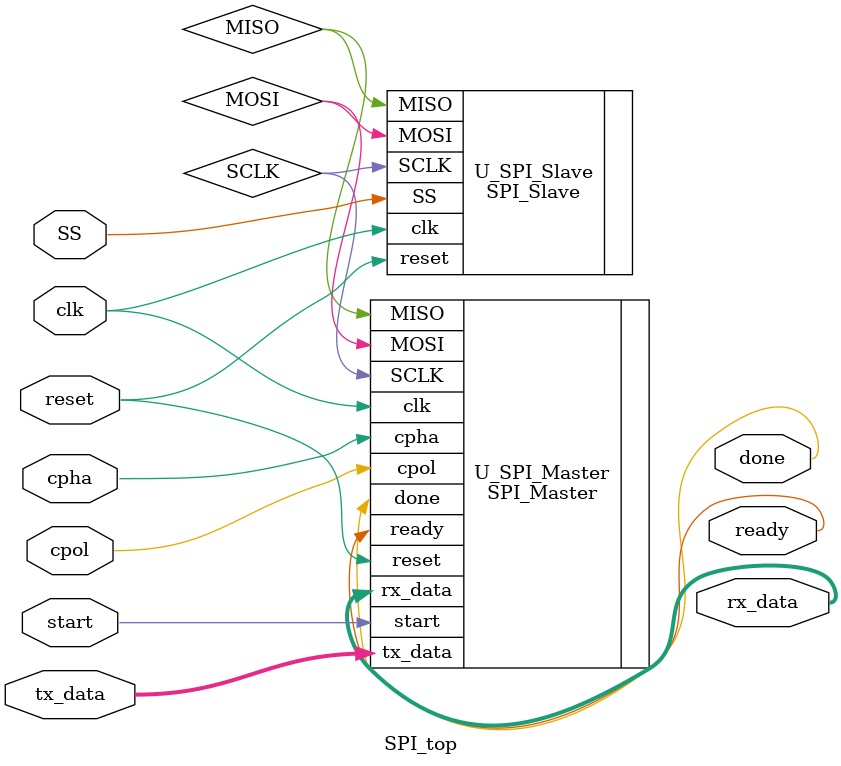
<source format=v>
`timescale 1ns / 1ps

module SPI_top (
    input wire clk,
    input wire reset,
    // internal signals
    input  wire       cpol,
    input  wire       cpha,
    input  wire       start,
    input  wire [7:0] tx_data,
    output wire [7:0] rx_data,
    output reg        done,
    output reg        ready,
    input  wire       SS
);

    wire SCLK, MISO, MOSI;
    // assign MISO = MOSI;

    SPI_Master U_SPI_Master(
        // global signals
        .clk(clk),
        .reset(reset),
        // internal signals
        .cpol(cpol),
        .cpha(cpha),
        .start(start),
        .tx_data(tx_data),
        .rx_data(rx_data),
        .done(done),
        .ready(ready),
        // external port
        .SCLK(SCLK),
        .MOSI(MOSI),
        .MISO(MISO)
    );

    SPI_Slave U_SPI_Slave(
        .clk(clk),
        .reset(reset),
        .SCLK(SCLK),
        .MOSI(MOSI),
        .MISO(MISO),
        .SS(SS)
    );
    
endmodule
</source>
